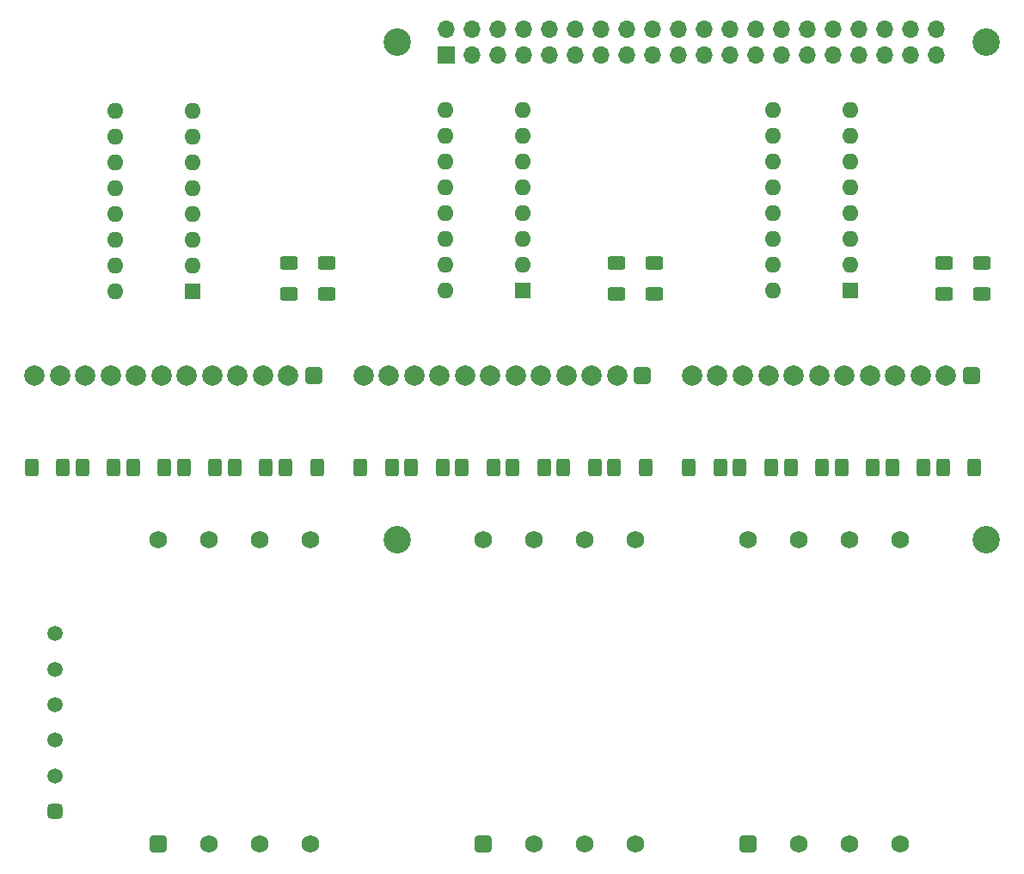
<source format=gts>
G04 #@! TF.GenerationSoftware,KiCad,Pcbnew,(6.0.8)*
G04 #@! TF.CreationDate,2022-10-16T23:30:33+02:00*
G04 #@! TF.ProjectId,RPiWattMeterHatv3,52506957-6174-4744-9d65-746572486174,rev?*
G04 #@! TF.SameCoordinates,Original*
G04 #@! TF.FileFunction,Soldermask,Top*
G04 #@! TF.FilePolarity,Negative*
%FSLAX45Y45*%
G04 Gerber Fmt 4.5, Leading zero omitted, Abs format (unit mm)*
G04 Created by KiCad (PCBNEW (6.0.8)) date 2022-10-16 23:30:33*
%MOMM*%
%LPD*%
G01*
G04 APERTURE LIST*
G04 Aperture macros list*
%AMRoundRect*
0 Rectangle with rounded corners*
0 $1 Rounding radius*
0 $2 $3 $4 $5 $6 $7 $8 $9 X,Y pos of 4 corners*
0 Add a 4 corners polygon primitive as box body*
4,1,4,$2,$3,$4,$5,$6,$7,$8,$9,$2,$3,0*
0 Add four circle primitives for the rounded corners*
1,1,$1+$1,$2,$3*
1,1,$1+$1,$4,$5*
1,1,$1+$1,$6,$7*
1,1,$1+$1,$8,$9*
0 Add four rect primitives between the rounded corners*
20,1,$1+$1,$2,$3,$4,$5,0*
20,1,$1+$1,$4,$5,$6,$7,0*
20,1,$1+$1,$6,$7,$8,$9,0*
20,1,$1+$1,$8,$9,$2,$3,0*%
G04 Aperture macros list end*
%ADD10R,1.600000X1.600000*%
%ADD11O,1.600000X1.600000*%
%ADD12C,1.750000*%
%ADD13RoundRect,0.437500X0.437500X-0.437500X0.437500X0.437500X-0.437500X0.437500X-0.437500X-0.437500X0*%
%ADD14RoundRect,0.250000X0.625000X-0.400000X0.625000X0.400000X-0.625000X0.400000X-0.625000X-0.400000X0*%
%ADD15RoundRect,0.250000X0.400000X0.625000X-0.400000X0.625000X-0.400000X-0.625000X0.400000X-0.625000X0*%
%ADD16RoundRect,0.437500X0.437500X0.437500X-0.437500X0.437500X-0.437500X-0.437500X0.437500X-0.437500X0*%
%ADD17C,2.000000*%
%ADD18C,2.700000*%
%ADD19C,1.500000*%
%ADD20RoundRect,0.375000X0.375000X-0.375000X0.375000X0.375000X-0.375000X0.375000X-0.375000X-0.375000X0*%
%ADD21O,1.700000X1.700000*%
%ADD22R,1.700000X1.700000*%
G04 APERTURE END LIST*
D10*
X11592000Y-7192000D03*
D11*
X11592000Y-6938000D03*
X11592000Y-6684000D03*
X11592000Y-6430000D03*
X11592000Y-6176000D03*
X11592000Y-5922000D03*
X11592000Y-5668000D03*
X11592000Y-5414000D03*
X10830000Y-5414000D03*
X10830000Y-5668000D03*
X10830000Y-5922000D03*
X10830000Y-6176000D03*
X10830000Y-6430000D03*
X10830000Y-6684000D03*
X10830000Y-6938000D03*
X10830000Y-7192000D03*
D12*
X11197000Y-9652000D03*
X11697000Y-9652000D03*
X12197000Y-9652000D03*
X12697000Y-9652000D03*
X12697000Y-12652000D03*
X12197000Y-12652000D03*
X11697000Y-12652000D03*
D13*
X11197000Y-12652000D03*
D14*
X12512000Y-6922000D03*
X12512000Y-7232000D03*
X12887000Y-6922000D03*
X12887000Y-7232000D03*
D15*
X9990000Y-8937000D03*
X10300000Y-8937000D03*
X10490000Y-8937000D03*
X10800000Y-8937000D03*
X10990000Y-8937000D03*
X11300000Y-8937000D03*
X11490000Y-8937000D03*
X11800000Y-8937000D03*
X11990000Y-8937000D03*
X12300000Y-8937000D03*
X12490000Y-8937000D03*
X12800000Y-8937000D03*
D16*
X12770000Y-8037000D03*
D17*
X12520000Y-8037000D03*
X12270000Y-8037000D03*
X12020000Y-8037000D03*
X11770000Y-8037000D03*
X11520000Y-8037000D03*
X11270000Y-8037000D03*
X11020000Y-8037000D03*
X10770000Y-8037000D03*
X10520000Y-8037000D03*
X10270000Y-8037000D03*
X10020000Y-8037000D03*
D10*
X8342000Y-7202000D03*
D11*
X8342000Y-6948000D03*
X8342000Y-6694000D03*
X8342000Y-6440000D03*
X8342000Y-6186000D03*
X8342000Y-5932000D03*
X8342000Y-5678000D03*
X8342000Y-5424000D03*
X7580000Y-5424000D03*
X7580000Y-5678000D03*
X7580000Y-5932000D03*
X7580000Y-6186000D03*
X7580000Y-6440000D03*
X7580000Y-6694000D03*
X7580000Y-6948000D03*
X7580000Y-7202000D03*
D15*
X9562000Y-8937000D03*
X9252000Y-8937000D03*
X8562000Y-8937000D03*
X8252000Y-8937000D03*
D12*
X7997000Y-9652000D03*
X8497000Y-9652000D03*
X8997000Y-9652000D03*
X9497000Y-9652000D03*
X9497000Y-12652000D03*
X8997000Y-12652000D03*
X8497000Y-12652000D03*
D13*
X7997000Y-12652000D03*
D15*
X7062000Y-8937000D03*
X6752000Y-8937000D03*
D14*
X9287000Y-7232000D03*
X9287000Y-6922000D03*
X9662000Y-7232000D03*
X9662000Y-6922000D03*
D17*
X6782000Y-8037088D03*
X7032000Y-8037088D03*
X7282000Y-8037088D03*
X7532000Y-8037088D03*
X7782000Y-8037088D03*
X8032000Y-8037088D03*
X8282000Y-8037088D03*
X8532000Y-8037088D03*
X8782000Y-8037088D03*
X9032000Y-8037088D03*
X9282000Y-8037088D03*
D16*
X9532000Y-8037088D03*
D15*
X9062000Y-8937000D03*
X8752000Y-8937000D03*
X7562000Y-8937000D03*
X7252000Y-8937000D03*
X8062000Y-8937000D03*
X7752000Y-8937000D03*
D18*
X16150000Y-4750000D03*
D15*
X16037000Y-8937000D03*
X15727000Y-8937000D03*
X15537000Y-8937000D03*
X15227000Y-8937000D03*
X13537000Y-8937000D03*
X13227000Y-8937000D03*
D14*
X16112000Y-6922000D03*
X16112000Y-7232000D03*
D19*
X6987000Y-10577000D03*
X6987000Y-10927000D03*
X6987000Y-11277000D03*
X6987000Y-11627000D03*
X6987000Y-11977000D03*
D20*
X6987000Y-12327000D03*
D15*
X15037000Y-8937000D03*
X14727000Y-8937000D03*
D13*
X13807000Y-12652000D03*
D12*
X14307000Y-12652000D03*
X14807000Y-12652000D03*
X15307000Y-12652000D03*
X15307000Y-9652000D03*
X14807000Y-9652000D03*
X14307000Y-9652000D03*
X13807000Y-9652000D03*
D18*
X10350000Y-9650000D03*
D11*
X14055000Y-7192000D03*
X14055000Y-6938000D03*
X14055000Y-6684000D03*
X14055000Y-6430000D03*
X14055000Y-6176000D03*
X14055000Y-5922000D03*
X14055000Y-5668000D03*
X14055000Y-5414000D03*
X14817000Y-5414000D03*
X14817000Y-5668000D03*
X14817000Y-5922000D03*
X14817000Y-6176000D03*
X14817000Y-6430000D03*
X14817000Y-6684000D03*
X14817000Y-6938000D03*
D10*
X14817000Y-7192000D03*
D14*
X15737000Y-7232000D03*
X15737000Y-6922000D03*
D18*
X10350000Y-4750000D03*
D15*
X14037000Y-8937000D03*
X13727000Y-8937000D03*
D18*
X16150000Y-9650000D03*
D15*
X14537000Y-8937000D03*
X14227000Y-8937000D03*
D17*
X13257000Y-8037000D03*
X13507000Y-8037000D03*
X13757000Y-8037000D03*
X14007000Y-8037000D03*
X14257000Y-8037000D03*
X14507000Y-8037000D03*
X14757000Y-8037000D03*
X15007000Y-8037000D03*
X15257000Y-8037000D03*
X15507000Y-8037000D03*
X15757000Y-8037000D03*
D16*
X16007000Y-8037000D03*
D21*
X15663000Y-4623000D03*
X15663000Y-4877000D03*
X15409000Y-4623000D03*
X15409000Y-4877000D03*
X15155000Y-4623000D03*
X15155000Y-4877000D03*
X14901000Y-4623000D03*
X14901000Y-4877000D03*
X14647000Y-4623000D03*
X14647000Y-4877000D03*
X14393000Y-4623000D03*
X14393000Y-4877000D03*
X14139000Y-4623000D03*
X14139000Y-4877000D03*
X13885000Y-4623000D03*
X13885000Y-4877000D03*
X13631000Y-4623000D03*
X13631000Y-4877000D03*
X13377000Y-4623000D03*
X13377000Y-4877000D03*
X13123000Y-4623000D03*
X13123000Y-4877000D03*
X12869000Y-4623000D03*
X12869000Y-4877000D03*
X12615000Y-4623000D03*
X12615000Y-4877000D03*
X12361000Y-4623000D03*
X12361000Y-4877000D03*
X12107000Y-4623000D03*
X12107000Y-4877000D03*
X11853000Y-4623000D03*
X11853000Y-4877000D03*
X11599000Y-4623000D03*
X11599000Y-4877000D03*
X11345000Y-4623000D03*
X11345000Y-4877000D03*
X11091000Y-4623000D03*
X11091000Y-4877000D03*
X10837000Y-4623000D03*
D22*
X10837000Y-4877000D03*
M02*

</source>
